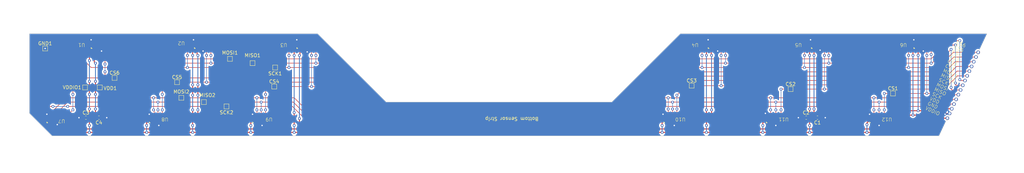
<source format=kicad_pcb>
(kicad_pcb (version 20221018) (generator pcbnew)
  (layers (0 "F.Cu" signal) (31 "B.Cu" signal) (34 "B.Paste" user) (35 "F.Paste" user) (36 "B.SilkS" user "B.Silkscreen") (37 "F.SilkS" user "F.Silkscreen") (38 "B.Mask" user) (39 "F.Mask" user) (44 "Edge.Cuts" user))
  (net 0 "")
  (net 1 "GND")
  (net 8 "VDDIO")
  (net 9 "VDD")
  (net 10 "SCK")
  (net 11 "MISO")
  (net 12 "MOSI")
  (net 13 "SCK1")
  (net 14 "MISO1")
  (net 15 "MOSI1")
  (net 16 "CS1")
  (net 17 "CS2")
  (net 18 "CS3")
  (net 19 "CS4")
  (net 20 "CS5")
  (net 21 "CS6")
  (footprint "BMP581:BMP581_Landing_Pattern" (layer "F.Cu") (at 190.386 83.071 180)
    (fp_text reference "U4")
    (fp_text value "~")
  )
  (footprint "TestPoint:TestPoint_Pad_1.0x1.0mm" (layer "F.Cu") (at 57.75 88.25)
    (fp_text reference "MISO1")
    (fp_text value "TestPoint_Probe")
  )
  (footprint "TestPoint:TestPoint_Pad_1.0x1.0mm" (layer "F.Cu") (at -2 84)
    (fp_text reference "GND1")
    (fp_text value "TestPoint_Probe")
  )
  (footprint "TestPoint:TestPoint_Pad_1.0x1.0mm" (layer "F.Cu") (at 37.25 98.25)
    (fp_text reference "MOSI2")
    (fp_text value "TestPoint_Probe")
  )
  (footprint "Capacitor_SMD:C_0603_1608Metric" (layer "F.Cu") (at 9.75 104)
    (fp_text reference "C3")
    (fp_text value "470nF")
  )
  (footprint "BMP581:BMP581_Landing_Pattern" (layer "F.Cu") (at 236.75 104.5 180)
    (fp_text reference "U12")
    (fp_text value "~")
  )
  (footprint "BMP581:BMP581_Landing_Pattern" (layer "F.Cu") (at 29.41 104.5 180)
    (fp_text reference "U8")
    (fp_text value "~")
  )
  (footprint "TestPoint:TestPoint_Pad_1.0x1.0mm" (layer "F.Cu") (at 242.25 97)
    (fp_text reference "CS1")
    (fp_text value "TestPoint_Probe")
  )
  (footprint "TestPoint:TestPoint_Pad_1.0x1.0mm" (layer "F.Cu") (at 18 92.5)
    (fp_text reference "CS6")
    (fp_text value "TestPoint_Probe")
  )
  (footprint "Capacitor_SMD:C_0603_1608Metric" (layer "F.Cu") (at 220.5 104 180)
    (fp_text reference "C1")
    (fp_text value "470nF")
  )
  (footprint "Capacitor_SMD:C_0603_1608Metric" (layer "F.Cu") (at 217.25 104)
    (fp_text reference "C2")
    (fp_text value "470nF")
  )
  (footprint "BMP581:BMP581_Landing_Pattern" (layer "F.Cu") (at 59.03 104.5 180)
    (fp_text reference "U9")
    (fp_text value "~")
  )
  (footprint "TestPoint:TestPoint_Pad_1.0x1.0mm" (layer "F.Cu") (at 51.25 87 180)
    (fp_text reference "MOSI1")
    (fp_text value "TestPoint_Probe")
  )
  (footprint "TestPoint:TestPoint_Pad_1.0x1.0mm" (layer "F.Cu") (at 64 95)
    (fp_text reference "CS4")
    (fp_text value "TestPoint_Probe")
  )
  (footprint "TestPoint:TestPoint_Pad_1.0x1.0mm" (layer "F.Cu") (at 212.75 95.75)
    (fp_text reference "CS2")
    (fp_text value "TestPoint_Probe")
  )
  (footprint "BMP581:BMP581_Landing_Pattern" (layer "F.Cu") (at 207.13 104.5 180)
    (fp_text reference "U11")
    (fp_text value "~")
  )
  (footprint "BMP581:Strip_pins_bottom" (layer "F.Cu") (at 261 94 -25)
    (fp_text reference "BottomStrip1" hide)
    (fp_text value "std_master_output" hide)
  )
  (footprint "TestPoint:TestPoint_Pad_1.0x1.0mm" (layer "F.Cu") (at 43.75 99.5)
    (fp_text reference "MISO2")
    (fp_text value "TestPoint_Probe")
  )
  (footprint "BMP581:BMP581_Landing_Pattern" (layer "F.Cu") (at 177.51 104.5 180)
    (fp_text reference "U10")
    (fp_text value "~")
  )
  (footprint "BMP581:BMP581_Landing_Pattern" (layer "F.Cu") (at 71.906 83.071 180)
    (fp_text reference "U3")
    (fp_text value "~")
  )
  (footprint "TestPoint:TestPoint_Pad_1.0x1.0mm" (layer "F.Cu") (at 9.5 95.25)
    (fp_text reference "VDDIO1")
    (fp_text value "TestPoint_Probe")
  )
  (footprint "BMP581:BMP581_Landing_Pattern" (layer "F.Cu") (at 12.666 83.071 180)
    (fp_text reference "U1")
    (fp_text value "~")
  )
  (footprint "Capacitor_SMD:C_0603_1608Metric" (layer "F.Cu") (at 13.5 104 180)
    (fp_text reference "C4")
    (fp_text value "470nF")
  )
  (footprint "BMP581:BMP581_Landing_Pattern" (layer "F.Cu") (at 220.006 83.071 180)
    (fp_text reference "U5")
    (fp_text value "~")
  )
  (footprint "TestPoint:TestPoint_Pad_1.0x1.0mm" (layer "F.Cu") (at 184.25 94.75)
    (fp_text reference "CS3")
    (fp_text value "TestPoint_Probe")
  )
  (footprint "TestPoint:TestPoint_Pad_1.0x1.0mm" (layer "F.Cu") (at 50.25 100.75)
    (fp_text reference "SCK2")
    (fp_text value "TestPoint_Probe")
  )
  (footprint "BMP581:BMP581_Landing_Pattern" (layer "F.Cu") (at 249.626 83.071 180)
    (fp_text reference "U6")
    (fp_text value "~")
  )
  (footprint "TestPoint:TestPoint_Pad_1.0x1.0mm" (layer "F.Cu") (at 13.75 95.25)
    (fp_text reference "VDD1")
    (fp_text value "TestPoint_Probe")
  )
  (footprint "BMP581:BMP581_Landing_Pattern" (layer "F.Cu") (at -0.21 104.5 180)
    (fp_text reference "U7")
    (fp_text value "~")
  )
  (footprint "TestPoint:TestPoint_Pad_1.0x1.0mm" (layer "F.Cu") (at 36 93.75)
    (fp_text reference "CS5")
    (fp_text value "TestPoint_Probe")
  )
  (footprint "TestPoint:TestPoint_Pad_1.0x1.0mm" (layer "F.Cu") (at 64.25 89.5)
    (fp_text reference "SCK1")
    (fp_text value "TestPoint_Probe")
  )
  (footprint "BMP581:BMP581_Landing_Pattern" (layer "F.Cu") (at 42.286 83.071 180)
    (fp_text reference "U2")
    (fp_text value "~")
  )
  (gr_line (start 248.5 84) (end 248.25 83.75) (stroke (width 0.15)) (layer "F.SilkS"))
  (gr_line (start 28.25 105.5) (end 28 105.25) (stroke (width 0.15)) (layer "F.SilkS"))
  (gr_line (start 41 83.75) (end 41 84) (stroke (width 0.15)) (layer "F.SilkS"))
  (gr_line (start 206 105.5) (end 205.75 105.25) (stroke (width 0.15)) (layer "F.SilkS"))
  (gr_line (start 235.75 105.5) (end 235.5 105.25) (stroke (width 0.15)) (layer "F.SilkS"))
  (gr_line (start 176.25 105.25) (end 176.25 105.5) (stroke (width 0.15)) (layer "F.SilkS"))
  (gr_line (start 70.5 83.75) (end 70.5 84) (stroke (width 0.15)) (layer "F.SilkS"))
  (gr_line (start 205.75 105.25) (end 205.75 105.5) (stroke (width 0.15)) (layer "F.SilkS"))
  (gr_line (start 205.75 105.5) (end 206 105.5) (stroke (width 0.15)) (layer "F.SilkS"))
  (gr_line (start 28 105.5) (end 28.25 105.5) (stroke (width 0.15)) (layer "F.SilkS"))
  (gr_line (start 57.75 105.25) (end 57.75 105.5) (stroke (width 0.15)) (layer "F.SilkS"))
  (gr_line (start 176.5 105.5) (end 176.25 105.25) (stroke (width 0.15)) (layer "F.SilkS"))
  (gr_line (start -1.25 105.5) (end -1.5 105.25) (stroke (width 0.15)) (layer "F.SilkS"))
  (gr_line (start 235.5 105.5) (end 235.75 105.5) (stroke (width 0.15)) (layer "F.SilkS"))
  (gr_line (start 28 105.25) (end 28 105.5) (stroke (width 0.15)) (layer "F.SilkS"))
  (gr_line (start 70.75 84) (end 70.5 83.75) (stroke (width 0.15)) (layer "F.SilkS"))
  (gr_line (start 58 105.5) (end 57.75 105.25) (stroke (width 0.15)) (layer "F.SilkS"))
  (gr_line (start 41.25 84) (end 41 83.75) (stroke (width 0.15)) (layer "F.SilkS"))
  (gr_line (start 57.75 105.5) (end 58 105.5) (stroke (width 0.15)) (layer "F.SilkS"))
  (gr_line (start 41 84) (end 41.25 84) (stroke (width 0.15)) (layer "F.SilkS"))
  (gr_line (start 189 83.75) (end 189 84) (stroke (width 0.15)) (layer "F.SilkS"))
  (gr_line (start 70.5 84) (end 70.75 84) (stroke (width 0.15)) (layer "F.SilkS"))
  (gr_line (start -1.5 105.5) (end -1.25 105.5) (stroke (width 0.15)) (layer "F.SilkS"))
  (gr_line (start 235.5 105.25) (end 235.5 105.5) (stroke (width 0.15)) (layer "F.SilkS"))
  (gr_line (start 189 84) (end 189.25 84) (stroke (width 0.15)) (layer "F.SilkS"))
  (gr_line (start 11.25 84) (end 11.5 84) (stroke (width 0.15)) (layer "F.SilkS"))
  (gr_line (start 248.25 83.75) (end 248.25 84) (stroke (width 0.15)) (layer "F.SilkS"))
  (gr_line (start 218.75 83.75) (end 218.75 84) (stroke (width 0.15)) (layer "F.SilkS"))
  (gr_line (start 248.25 84) (end 248.5 84) (stroke (width 0.15)) (layer "F.SilkS"))
  (gr_line (start 11.25 83.75) (end 11.25 84) (stroke (width 0.15)) (layer "F.SilkS"))
  (gr_line (start -1.5 105.25) (end -1.5 105.5) (stroke (width 0.15)) (layer "F.SilkS"))
  (gr_line (start 218.75 84) (end 219 84) (stroke (width 0.15)) (layer "F.SilkS"))
  (gr_line (start 219 84) (end 218.75 83.75) (stroke (width 0.15)) (layer "F.SilkS"))
  (gr_line (start 176.25 105.5) (end 176.5 105.5) (stroke (width 0.15)) (layer "F.SilkS"))
  (gr_line (start 189.25 84) (end 189 83.75) (stroke (width 0.15)) (layer "F.SilkS"))
  (gr_line (start 11.5 84) (end 11.25 83.75) (stroke (width 0.15)) (layer "F.SilkS"))
  (gr_line (start 76.5 79.75) (end 96.25 99.5) (stroke (width 0.1)) (layer "Edge.Cuts"))
  (gr_line (start 96.25 99.5) (end 161.25 99.5) (stroke (width 0.1)) (layer "Edge.Cuts"))
  (gr_line (start 0 109.25) (end -6.5 102.75) (stroke (width 0.1)) (layer "Edge.Cuts"))
  (gr_line (start -6.5 79.75) (end 76.5 79.75) (stroke (width 0.1)) (layer "Edge.Cuts"))
  (gr_line (start 161.25 99.5) (end 181 79.75) (stroke (width 0.1)) (layer "Edge.Cuts"))
  (gr_line (start 255.5 109.25) (end 269.31 79.75) (stroke (width 0.1)) (layer "Edge.Cuts"))
  (gr_line (start 181 79.75) (end 269.31 79.75) (stroke (width 0.1)) (layer "Edge.Cuts"))
  (gr_line (start 0 109.25) (end 255.5 109.25) (stroke (width 0.1)) (layer "Edge.Cuts"))
  (gr_line (start -6.5 102.75) (end -6.5 79.75) (stroke (width 0.1)) (layer "Edge.Cuts"))
  (gr_text "Bottom Sensor Strip" (at 140.25 103.75 180) (layer "F.SilkS") (effects (font (size 1 1)) (justify left bottom)))
  (segment (start 206.63 103.725) (end 206.475 103.725) (width 0.25) (layer "F.Cu") (net 1))
  (segment (start 178.01 105.275) (end 178.275 105.275) (width 0.25) (layer "F.Cu") (net 1))
  (segment (start 236.25 103.725) (end 236.225 103.725) (width 0.25) (layer "F.Cu") (net 1))
  (segment (start 59.53 105.275) (end 59.53 105.28) (width 0.25) (layer "F.Cu") (net 1))
  (segment (start 12.666 83.846) (end 13.166 83.846) (width 0.25) (layer "F.Cu") (net 1))
  (segment (start 72.406 83.846) (end 72.406 83.906) (width 0.25) (layer "F.Cu") (net 1))
  (segment (start 248.25 81.5) (end 249.046 82.296) (width 0.25) (layer "F.Cu") (net 1))
  (segment (start 42.786 83.846) (end 42.786 84.036) (width 0.25) (layer "F.Cu") (net 1))
  (segment (start 41.546 82.296) (end 40.75 81.5) (width 0.25) (layer "F.Cu") (net 1))
  (segment (start 71.296 82.296) (end 70.5 81.5) (width 0.25) (layer "F.Cu") (net 1))
  (segment (start 58.475 103.725) (end 57.75 103) (width 0.25) (layer "F.Cu") (net 1))
  (segment (start 250.126 83.846) (end 250.126 83.876) (width 0.25) (layer "F.Cu") (net 1))
  (segment (start 220.006 83.846) (end 220.506 83.846) (width 0.25) (layer "F.Cu") (net 1))
  (segment (start 207.63 105.38) (end 208.5 106.25) (width 0.25) (layer "F.Cu") (net 1))
  (segment (start 41.786 82.296) (end 41.546 82.296) (width 0.25) (layer "F.Cu") (net 1))
  (segment (start 237.275 105.275) (end 238.25 106.25) (width 0.25) (layer "F.Cu") (net 1))
  (segment (start 71.906 83.846) (end 72.406 83.846) (width 0.25) (layer "F.Cu") (net 1))
  (segment (start 219.506 82.296) (end 219.296 82.296) (width 0.25) (layer "F.Cu") (net 1))
  (segment (start 176.725 103.725) (end 176.25 103.25) (width 0.25) (layer "F.Cu") (net 1))
  (segment (start 176.25 103.25) (end 176 103) (width 0.25) (layer "F.Cu") (net 1))
  (segment (start 177.51 105.275) (end 178.01 105.275) (width 0.25) (layer "F.Cu") (net 1))
  (segment (start 249.126 82.296) (end 249.046 82.296) (width 0.25) (layer "F.Cu") (net 1))
  (segment (start 29.41 105.275) (end 29.91 105.275) (width 0.25) (layer "F.Cu") (net 1))
  (segment (start 250.126 83.876) (end 251 84.75) (width 0.25) (layer "F.Cu") (net 1))
  (segment (start 28.91 103.725) (end 28.725 103.725) (width 0.25) (layer "F.Cu") (net 1))
  (segment (start 258.555897 102.790697) (end 257.459303 102.790697) (width 0.25) (layer "F.Cu") (net 1))
  (segment (start 216.475 104) (end 215 104) (width 0.25) (layer "F.Cu") (net 1))
  (segment (start 219.296 82.296) (end 218.5 81.5) (width 0.25) (layer "F.Cu") (net 1))
  (segment (start 207.63 105.275) (end 207.63 105.38) (width 0.25) (layer "F.Cu") (net 1))
  (segment (start 28.725 103.725) (end 28 103) (width 0.25) (layer "F.Cu") (net 1))
  (segment (start 12.166 82.296) (end 12.046 82.296) (width 0.25) (layer "F.Cu") (net 1))
  (segment (start 190.386 83.846) (end 190.886 83.846) (width 0.25) (layer "F.Cu") (net 1))
  (segment (start -0.71 103.725) (end -0.775 103.725) (width 0.25) (layer "F.Cu") (net 1))
  (segment (start 221.275 104) (end 222.75 104) (width 0.25) (layer "F.Cu") (net 1))
  (segment (start 190.886 83.886) (end 191.75 84.75) (width 0.25) (layer "F.Cu") (net 1))
  (segment (start 58.53 103.725) (end 58.475 103.725) (width 0.25) (layer "F.Cu") (net 1))
  (segment (start 0.29 105.275) (end 0.775 105.275) (width 0.25) (layer "F.Cu") (net 1))
  (segment (start 59.53 105.28) (end 60.5 106.25) (width 0.25) (layer "F.Cu") (net 1))
  (segment (start 205.5 102.75) (end 206.475 103.725) (width 0.25) (layer "F.Cu") (net 1))
  (segment (start 0.775 105.275) (end 1.5 106) (width 0.25) (layer "F.Cu") (net 1))
  (segment (start 29.91 105.41) (end 30.75 106.25) (width 0.25) (layer "F.Cu") (net 1))
  (segment (start 13.346 83.846) (end 14.25 84.75) (width 0.25) (layer "F.Cu") (net 1))
  (segment (start 190.886 83.846) (end 190.886 83.886) (width 0.25) (layer "F.Cu") (net 1))
  (segment (start 220.596 83.846) (end 221.25 84.5) (width 0.25) (layer "F.Cu") (net 1))
  (segment (start 177.01 103.725) (end 176.725 103.725) (width 0.25) (layer "F.Cu") (net 1))
  (segment (start 72.406 83.906) (end 73.5 85) (width 0.25) (layer "F.Cu") (net 1))
  (segment (start 236.225 103.725) (end 235.5 103) (width 0.25) (layer "F.Cu") (net 1))
  (segment (start 14.275 104) (end 15.75 104) (width 0.25) (layer "F.Cu") (net 1))
  (segment (start 220.506 83.846) (end 220.596 83.846) (width 0.25) (layer "F.Cu") (net 1))
  (segment (start 207.13 105.275) (end 207.63 105.275) (width 0.25) (layer "F.Cu") (net 1))
  (segment (start -0.21 105.275) (end 0.29 105.275) (width 0.25) (layer "F.Cu") (net 1))
  (segment (start -0.775 103.725) (end -1.5 103) (width 0.25) (layer "F.Cu") (net 1))
  (segment (start 257.459303 102.790697) (end 257.25 103) (width 0.25) (layer "F.Cu") (net 1))
  (segment (start 189.796 82.296) (end 189 81.5) (width 0.25) (layer "F.Cu") (net 1))
  (segment (start 42.286 83.846) (end 42.786 83.846) (width 0.25) (layer "F.Cu") (net 1))
  (segment (start 12.046 82.296) (end 11.25 81.5) (width 0.25) (layer "F.Cu") (net 1))
  (segment (start 178.275 105.275) (end 179.25 106.25) (width 0.25) (layer "F.Cu") (net 1))
  (segment (start 59.03 105.275) (end 59.53 105.275) (width 0.25) (layer "F.Cu") (net 1))
  (segment (start 236.75 105.275) (end 237.25 105.275) (width 0.25) (layer "F.Cu") (net 1))
  (segment (start 29.91 105.275) (end 29.91 105.41) (width 0.25) (layer "F.Cu") (net 1))
  (segment (start 71.406 82.296) (end 71.296 82.296) (width 0.25) (layer "F.Cu") (net 1))
  (segment (start 42.786 84.036) (end 43.5 84.75) (width 0.25) (layer "F.Cu") (net 1))
  (segment (start 189.886 82.296) (end 189.796 82.296) (width 0.25) (layer "F.Cu") (net 1))
  (segment (start 237.25 105.275) (end 237.275 105.275) (width 0.25) (layer "F.Cu") (net 1))
  (segment (start 249.626 83.846) (end 250.126 83.846) (width 0.25) (layer "F.Cu") (net 1))
  (segment (start 8.975 104) (end 7.75 104) (width 0.25) (layer "F.Cu") (net 1))
  (segment (start 13.166 83.846) (end 13.346 83.846) (width 0.25) (layer "F.Cu") (net 1))
  (via (at 70.5 81.5) (size 0.8) (drill 0.4) (layers "F.Cu" "B.Cu") (net 1))
  (via (at 251 84.75) (size 0.8) (drill 0.4) (layers "F.Cu" "B.Cu") (net 1))
  (via (at 238.25 106.25) (size 0.8) (drill 0.4) (layers "F.Cu" "B.Cu") (net 1))
  (via (at 221.25 84.5) (size 0.8) (drill 0.4) (layers "F.Cu" "B.Cu") (net 1))
  (via (at 222.75 104) (size 0.8) (drill 0.4) (layers "F.Cu" "B.Cu") (net 1))
  (via (at 205.5 102.75) (size 0.8) (drill 0.4) (layers "F.Cu" "B.Cu") (net 1))
  (via (at 189 81.5) (size 0.8) (drill 0.4) (layers "F.Cu" "B.Cu") (net 1))
  (via (at 257.25 103) (size 0.8) (drill 0.4) (layers "F.Cu" "B.Cu") (net 1))
  (via (at 191.75 84.75) (size 0.8) (drill 0.4) (layers "F.Cu" "B.Cu") (net 1))
  (via (at 73.5 85) (size 0.8) (drill 0.4) (layers "F.Cu" "B.Cu") (net 1))
  (via (at 30.75 106.25) (size 0.8) (drill 0.4) (layers "F.Cu" "B.Cu") (net 1))
  (via (at 208.5 106.25) (size 0.8) (drill 0.4) (layers "F.Cu" "B.Cu") (net 1))
  (via (at 40.75 81.5) (size 0.8) (drill 0.4) (layers "F.Cu" "B.Cu") (net 1))
  (via (at 15.75 104) (size 0.8) (drill 0.4) (layers "F.Cu" "B.Cu") (net 1))
  (via (at 215 104) (size 0.8) (drill 0.4) (layers "F.Cu" "B.Cu") (net 1))
  (via (at -1.5 103) (size 0.8) (drill 0.4) (layers "F.Cu" "B.Cu") (net 1))
  (via (at 60.5 106.25) (size 0.8) (drill 0.4) (layers "F.Cu" "B.Cu") (net 1))
  (via (at 43.5 84.75) (size 0.8) (drill 0.4) (layers "F.Cu" "B.Cu") (net 1))
  (via (at 248.25 81.5) (size 0.8) (drill 0.4) (layers "F.Cu" "B.Cu") (net 1))
  (via (at 28 103) (size 0.8) (drill 0.4) (layers "F.Cu" "B.Cu") (net 1))
  (via (at 7.75 104) (size 0.8) (drill 0.4) (layers "F.Cu" "B.Cu") (net 1))
  (via (at 1.5 106) (size 0.8) (drill 0.4) (layers "F.Cu" "B.Cu") (net 1))
  (via (at 11.25 81.5) (size 0.8) (drill 0.4) (layers "F.Cu" "B.Cu") (net 1))
  (via (at 179.25 106.25) (size 0.8) (drill 0.4) (layers "F.Cu" "B.Cu") (net 1))
  (via (at 218.5 81.5) (size 0.8) (drill 0.4) (layers "F.Cu" "B.Cu") (net 1))
  (via (at -2 84) (size 0.8) (drill 0.4) (layers "F.Cu" "B.Cu") (net 1))
  (via (at 176 103) (size 0.8) (drill 0.4) (layers "F.Cu" "B.Cu") (net 1))
  (via (at 57.75 103) (size 0.8) (drill 0.4) (layers "F.Cu" "B.Cu") (net 1))
  (via (at 14.25 84.75) (size 0.8) (drill 0.4) (layers "F.Cu" "B.Cu") (net 1))
  (via (at 235.5 103) (size 0.8) (drill 0.4) (layers "F.Cu" "B.Cu") (net 1))
  (segment (start 40.5 97.5) (end 40.5 94.5) (width 0.25) (layer "F.Cu") (net 8))
  (segment (start 27.25 105.5) (end 28 104.75) (width 0.25) (layer "F.Cu") (net 8))
  (segment (start 257.92197 104.150159) (end 256.887506 104.150159) (width 0.25) (layer "F.Cu") (net 8))
  (segment (start 218.25 106.25) (end 218.25 101.5) (width 0.25) (layer "F.Cu") (net 8))
  (segment (start 10.75 97.25) (end 10.75 95.25) (width 0.25) (layer "F.Cu") (net 8))
  (segment (start 248.429 83.321) (end 248 83.75) (width 0.25) (layer "F.Cu") (net 8))
  (segment (start -1.5 106.5) (end -1.5 105.29) (width 0.25) (layer "F.Cu") (net 8))
  (segment (start 248.876 83.321) (end 248.429 83.321) (width 0.25) (layer "F.Cu") (net 8))
  (segment (start 176.25 104.75) (end 175.75 105.25) (width 0.25) (layer "F.Cu") (net 8))
  (segment (start 218.25 86) (end 218.25 83.75) (width 0.25) (layer "F.Cu") (net 8))
  (segment (start 218.679 83.321) (end 219.256 83.321) (width 0.25) (layer "F.Cu") (net 8))
  (segment (start 41.536 83.321) (end 41.179 83.321) (width 0.25) (layer "F.Cu") (net 8))
  (segment (start 28.66 104.75) (end 28 104.75) (width 0.25) (layer "F.Cu") (net 8))
  (segment (start 69.75 106.25) (end 69.75 102.5) (width 0.25) (layer "F.Cu") (net 8))
  (segment (start 71.156 83.321) (end 70.679 83.321) (width 0.25) (layer "F.Cu") (net 8))
  (segment (start 27.25 105.5) (end 27.25 106.25) (width 0.25) (layer "F.Cu") (net 8))
  (segment (start 240.75 108.25) (end 0.25 108.25) (width 0.25) (layer "F.Cu") (net 8))
  (segment (start 189.636 83.321) (end 189.179 83.321) (width 0.25) (layer "F.Cu") (net 8))
  (segment (start 175.75 105.25) (end 175.75 106.25) (width 0.25) (layer "F.Cu") (net 8))
  (segment (start 188.5 106.25) (end 188.5 101.75) (width 0.25) (layer "F.Cu") (net 8))
  (segment (start 69.75 84.25) (end 69.75 86) (width 0.25) (layer "F.Cu") (net 8))
  (segment (start 11.679 83.321) (end 11.916 83.321) (width 0.25) (layer "F.Cu") (net 8))
  (segment (start 204.75 105.5) (end 204.75 106.25) (width 0.25) (layer "F.Cu") (net 8))
  (segment (start 234.75 105.5) (end 235.5 104.75) (width 0.25) (layer "F.Cu") (net 8))
  (segment (start 10.75 84.25) (end 11.679 83.321) (width 0.25) (layer "F.Cu") (net 8))
  (segment (start 10.75 106.25) (end 10.75 101.5) (width 0.25) (layer "F.Cu") (net 8))
  (segment (start 10.75 95.25) (end 9.5 95.25) (width 0.25) (layer "F.Cu") (net 8))
  (segment (start 245.75 103.25) (end 240.75 108.25) (width 0.25) (layer "F.Cu") (net 8))
  (segment (start 255.987347 103.25) (end 245.75 103.25) (width 0.25) (layer "F.Cu") (net 8))
  (segment (start 235.5 104.75) (end 236 104.75) (width 0.25) (layer "F.Cu") (net 8))
  (segment (start 188.5 84) (end 188.5 86) (width 0.25) (layer "F.Cu") (net 8))
  (segment (start 176.76 104.75) (end 176.25 104.75) (width 0.25) (layer "F.Cu") (net 8))
  (segment (start 189.179 83.321) (end 188.5 84) (width 0.25) (layer "F.Cu") (net 8))
  (segment (start 10.75 95.25) (end 10.75 93.5) (width 0.25) (layer "F.Cu") (net 8))
  (segment (start 57.25 105) (end 57.25 106.25) (width 0.25) (layer "F.Cu") (net 8))
  (segment (start 41.179 83.321) (end 40.5 84) (width 0.25) (layer "F.Cu") (net 8))
  (segment (start 57.5 104.75) (end 57.25 105) (width 0.25) (layer "F.Cu") (net 8))
  (segment (start 69.75 84.25) (end 70.679 83.321) (width 0.25) (layer "F.Cu") (net 8))
  (segment (start 40.5 101.75) (end 40.5 106.25) (width 0.25) (layer "F.Cu") (net 8))
  (segment (start -1.5 105.29) (end -0.96 104.75) (width 0.25) (layer "F.Cu") (net 8))
  (segment (start 205.5 104.75) (end 206.38 104.75) (width 0.25) (layer "F.Cu") (net 8))
  (segment (start 205.5 104.75) (end 204.75 105.5) (width 0.25) (layer "F.Cu") (net 8))
  (segment (start 40.5 84) (end 40.5 86) (width 0.25) (layer "F.Cu") (net 8))
  (segment (start 58.28 104.75) (end 57.5 104.75) (width 0.25) (layer "F.Cu") (net 8))
  (segment (start 248 83.75) (end 248 86) (width 0.25) (layer "F.Cu") (net 8))
  (segment (start 218.25 83.75) (end 218.679 83.321) (width 0.25) (layer "F.Cu") (net 8))
  (segment (start 234.75 106) (end 234.75 105.5) (width 0.25) (layer "F.Cu") (net 8))
  (segment (start 0.25 108.25) (end -1.5 106.5) (width 0.25) (layer "F.Cu") (net 8))
  (segment (start 10.75 87.5) (end 10.75 84.25) (width 0.25) (layer "F.Cu") (net 8))
  (segment (start 256.887506 104.150159) (end 255.987347 103.25) (width 0.25) (layer "F.Cu") (net 8))
  (via (at 69.75 108.25) (size 0.8) (drill 0.4) (layers "F.Cu" "B.Cu") (net 8))
  (via (at 57.25 106.25) (size 0.8) (drill 0.4) (layers "F.Cu" "B.Cu") (net 8))
  (via (at 204.75 108.25) (size 0.8) (drill 0.4) (layers "F.Cu" "B.Cu") (net 8))
  (via (at 40.5 108.25) (size 0.8) (drill 0.4) (layers "F.Cu" "B.Cu") (net 8))
  (via (at 69.75 106.25) (size 0.8) (drill 0.4) (layers "F.Cu" "B.Cu") (net 8))
  (via (at 27.25 106.25) (size 0.8) (drill 0.4) (layers "F.Cu" "B.Cu") (net 8))
  (via (at 188.5 106.25) (size 0.8) (drill 0.4) (layers "F.Cu" "B.Cu") (net 8))
  (via (at 218.25 101.5) (size 0.8) (drill 0.4) (layers "F.Cu" "B.Cu") (net 8))
  (via (at 10.75 87.5) (size 0.8) (drill 0.4) (layers "F.Cu" "B.Cu") (net 8))
  (via (at 188.5 86) (size 0.8) (drill 0.4) (layers "F.Cu" "B.Cu") (net 8))
  (via (at 234.75 108.25) (size 0.8) (drill 0.4) (layers "F.Cu" "B.Cu") (net 8))
  (via (at 40.5 94.5) (size 0.8) (drill 0.4) (layers "F.Cu" "B.Cu") (net 8))
  (via (at 204.75 106.25) (size 0.8) (drill 0.4) (layers "F.Cu" "B.Cu") (net 8))
  (via (at 69.75 86) (size 0.8) (drill 0.4) (layers "F.Cu" "B.Cu") (net 8))
  (via (at 57.25 108.25) (size 0.8) (drill 0.4) (layers "F.Cu" "B.Cu") (net 8))
  (via (at 248 103.25) (size 0.8) (drill 0.4) (layers "F.Cu" "B.Cu") (net 8))
  (via (at 10.75 101.5) (size 0.8) (drill 0.4) (layers "F.Cu" "B.Cu") (net 8))
  (via (at 10.75 108.25) (size 0.8) (drill 0.4) (layers "F.Cu" "B.Cu") (net 8))
  (via (at 175.75 108.25) (size 0.8) (drill 0.4) (layers "F.Cu" "B.Cu") (net 8))
  (via (at 218.25 86) (size 0.8) (drill 0.4) (layers "F.Cu" "B.Cu") (net 8))
  (via (at 218.25 106.25) (size 0.8) (drill 0.4) (layers "F.Cu" "B.Cu") (net 8))
  (via (at 40.5 101.75) (size 0.8) (drill 0.4) (layers "F.Cu" "B.Cu") (net 8))
  (via (at 69.75 102.5) (size 0.8) (drill 0.4) (layers "F.Cu" "B.Cu") (net 8))
  (via (at 218.25 108.25) (size 0.8) (drill 0.4) (layers "F.Cu" "B.Cu") (net 8))
  (via (at 188.5 108.25) (size 0.8) (drill 0.4) (layers "F.Cu" "B.Cu") (net 8))
  (via (at 27.25 108.25) (size 0.8) (drill 0.4) (layers "F.Cu" "B.Cu") (net 8))
  (via (at 10.75 97.25) (size 0.8) (drill 0.4) (layers "F.Cu" "B.Cu") (net 8))
  (via (at 234.75 106) (size 0.8) (drill 0.4) (layers "F.Cu" "B.Cu") (net 8))
  (via (at 175.75 106.25) (size 0.8) (drill 0.4) (layers "F.Cu" "B.Cu") (net 8))
  (via (at 248 86) (size 0.8) (drill 0.4) (layers "F.Cu" "B.Cu") (net 8))
  (via (at 188.5 101.75) (size 0.8) (drill 0.4) (layers "F.Cu" "B.Cu") (net 8))
  (via (at 40.5 97.5) (size 0.8) (drill 0.4) (layers "F.Cu" "B.Cu") (net 8))
  (via (at 40.5 86) (size 0.8) (drill 0.4) (layers "F.Cu" "B.Cu") (net 8))
  (via (at 10.75 106.25) (size 0.8) (drill 0.4) (layers "F.Cu" "B.Cu") (net 8))
  (via (at 40.5 106.25) (size 0.8) (drill 0.4) (layers "F.Cu" "B.Cu") (net 8))
  (via (at 10.75 93.5) (size 0.8) (drill 0.4) (layers "F.Cu" "B.Cu") (net 8))
  (segment (start 69.75 106.25) (end 69.75 108.25) (width 0.25) (layer "B.Cu") (net 8))
  (segment (start 188.5 86) (end 188.5 101.75) (width 0.25) (layer "B.Cu") (net 8))
  (segment (start 218.25 101.5) (end 218.25 86) (width 0.25) (layer "B.Cu") (net 8))
  (segment (start 218.25 108.25) (end 218.25 106.25) (width 0.25) (layer "B.Cu") (net 8))
  (segment (start 10.75 87.5) (end 10.75 93.5) (width 0.25) (layer "B.Cu") (net 8))
  (segment (start 10.75 106.25) (end 10.75 108.25) (width 0.25) (layer "B.Cu") (net 8))
  (segment (start 40.5 97.5) (end 40.5 101.75) (width 0.25) (layer "B.Cu") (net 8))
  (segment (start 188.5 106.25) (end 188.5 108.25) (width 0.25) (layer "B.Cu") (net 8))
  (segment (start 40.5 86) (end 40.5 94.5) (width 0.25) (layer "B.Cu") (net 8))
  (segment (start 204.75 106.25) (end 204.75 108.25) (width 0.25) (layer "B.Cu") (net 8))
  (segment (start 234.75 108.25) (end 234.75 106) (width 0.25) (layer "B.Cu") (net 8))
  (segment (start 40.5 106.25) (end 40.5 108.25) (width 0.25) (layer "B.Cu") (net 8))
  (segment (start 248 86) (end 248 103.25) (width 0.25) (layer "B.Cu") (net 8))
  (segment (start 69.75 86) (end 69.75 102.5) (width 0.25) (layer "B.Cu") (net 8))
  (segment (start 27.25 106.25) (end 27.25 108.25) (width 0.25) (layer "B.Cu") (net 8))
  (segment (start 175.75 106.25) (end 175.75 108.25) (width 0.25) (layer "B.Cu") (net 8))
  (segment (start 10.75 97.25) (end 10.75 101.5) (width 0.25) (layer "B.Cu") (net 8))
  (segment (start 57.25 106.25) (end 57.25 108.25) (width 0.25) (layer "B.Cu") (net 8))
  (segment (start 28.91 105.275) (end 28.91 107.16) (width 0.25) (layer "F.Cu") (net 9))
  (segment (start 249.126 83.846) (end 249.126 84.626) (width 0.25) (layer "F.Cu") (net 9))
  (segment (start 12.5 95.25) (end 13.75 95.25) (width 0.25) (layer "F.Cu") (net 9))
  (segment (start 12.5 95.25) (end 12.5 93.5) (width 0.25) (layer "F.Cu") (net 9))
  (segment (start 12.5 101.5) (end 12.5 107.25) (width 0.25) (layer "F.Cu") (net 9))
  (segment (start 219.5 101.5) (end 219.5 107.25) (width 0.25) (layer "F.Cu") (net 9))
  (segment (start 256.75 102) (end 245.5 102) (width 0.25) (layer "F.Cu") (net 9))
  (segment (start 28.91 107.16) (end 29 107.25) (width 0.25) (layer "F.Cu") (net 9))
  (segment (start 71.406 85.844) (end 71.25 86) (width 0.25) (layer "F.Cu") (net 9))
  (segment (start 177 107.25) (end 71.25 107.25) (width 0.25) (layer "F.Cu") (net 9))
  (segment (start 42 101.75) (end 42 107.25) (width 0.25) (layer "F.Cu") (net 9))
  (segment (start 236.25 105.275) (end 236.25 107.25) (width 0.25) (layer "F.Cu") (net 9))
  (segment (start 58.53 107.22) (end 58.5 107.25) (width 0.25) (layer "F.Cu") (net 9))
  (segment (start 71.25 107.25) (end 58.5 107.25) (width 0.25) (layer "F.Cu") (net 9))
  (segment (start 249.5 85) (end 249.5 86) (width 0.25) (layer "F.Cu") (net 9))
  (segment (start 12.5 97.25) (end 12.5 95.25) (width 0.25) (layer "F.Cu") (net 9))
  (segment (start 41.786 83.846) (end 41.786 85.786) (width 0.25) (layer "F.Cu") (net 9))
  (segment (start 245.5 102) (end 240.25 107.25) (width 0.25) (layer "F.Cu") (net 9))
  (segment (start 71.25 104.25) (end 71.25 107.25) (width 0.25) (layer "F.Cu") (net 9))
  (segment (start 219.506 83.846) (end 219.506 85.994) (width 0.25) (layer "F.Cu") (net 9))
  (segment (start 41.786 85.786) (end 42 86) (width 0.25) (layer "F.Cu") (net 9))
  (segment (start 219.506 85.994) (end 219.5 86) (width 0.25) (layer "F.Cu") (net 9))
  (segment (start 190 107.25) (end 240.25 107.25) (width 0.25) (layer "F.Cu") (net 9))
  (segment (start 71.406 83.846) (end 71.406 85.844) (width 0.25) (layer "F.Cu") (net 9))
  (segment (start 0.8025 107.25) (end -0.71 105.7375) (width 0.25) (layer "F.Cu") (net 9))
  (segment (start 29 107.25) (end 12.5 107.25) (width 0.25) (layer "F.Cu") (net 9))
  (segment (start 206.63 105.275) (end 206.63 107.12) (width 0.25) (layer "F.Cu") (net 9))
  (segment (start -0.71 105.7375) (end -0.71 105.275) (width 0.25) (layer "F.Cu") (net 9))
  (segment (start 12.166 87.916) (end 12.166 83.846) (width 0.25) (layer "F.Cu") (net 9))
  (segment (start 189.886 85.886) (end 190 86) (width 0.25) (layer "F.Cu") (net 9))
  (segment (start 177 107.25) (end 190 107.25) (width 0.25) (layer "F.Cu") (net 9))
  (segment (start 12.5 88.25) (end 12.166 87.916) (width 0.25) (layer "F.Cu") (net 9))
  (segment (start 58.5 107.25) (end 42 107.25) (width 0.25) (layer "F.Cu") (net 9))
  (segment (start 12.5 107.25) (end 0.8025 107.25) (width 0.25) (layer "F.Cu") (net 9))
  (segment (start 177.01 105.275) (end 177.01 107.24) (width 0.25) (layer "F.Cu") (net 9))
  (segment (start 42 97.5) (end 42 94.5) (width 0.25) (layer "F.Cu") (net 9))
  (segment (start 177.01 107.24) (end 177 107.25) (width 0.25) (layer "F.Cu") (net 9))
  (segment (start 189.886 83.846) (end 189.886 85.886) (width 0.25) (layer "F.Cu") (net 9))
  (segment (start 190 101.75) (end 190 107.25) (width 0.25) (layer "F.Cu") (net 9))
  (segment (start 42 107.25) (end 29 107.25) (width 0.25) (layer "F.Cu") (net 9))
  (segment (start 257.318764 101.431236) (end 256.75 102) (width 0.25) (layer "F.Cu") (net 9))
  (segment (start 249.126 84.626) (end 249.5 85) (width 0.25) (layer "F.Cu") (net 9))
  (segment (start 58.53 105.275) (end 58.53 107.22) (width 0.25) (layer "F.Cu") (net 9))
  (segment (start 259.189825 101.431236) (end 257.318764 101.431236) (width 0.25) (layer "F.Cu") (net 9))
  (via (at 42 94.5) (size 0.8) (drill 0.4) (layers "F.Cu" "B.Cu") (net 9))
  (via (at 249.5 102) (size 0.8) (drill 0.4) (layers "F.Cu" "B.Cu") (net 9))
  (via (at 71.25 104.25) (size 0.8) (drill 0.4) (layers "F.Cu" "B.Cu") (net 9))
  (via (at 12.5 97.25) (size 0.8) (drill 0.4) (layers "F.Cu" "B.Cu") (net 9))
  (via (at 190 101.75) (size 0.8) (drill 0.4) (layers "F.Cu" "B.Cu") (net 9))
  (via (at 249.5 86) (size 0.8) (drill 0.4) (layers "F.Cu" "B.Cu") (net 9))
  (via (at 219.5 101.5) (size 0.8) (drill 0.4) (layers "F.Cu" "B.Cu") (net 9))
  (via (at 71.25 86) (size 0.8) (drill 0.4) (layers "F.Cu" "B.Cu") (net 9))
  (via (at 12.5 88.25) (size 0.8) (drill 0.4) (layers "F.Cu" "B.Cu") (net 9))
  (via (at 190 86) (size 0.8) (drill 0.4) (layers "F.Cu" "B.Cu") (net 9))
  (via (at 42 86) (size 0.8) (drill 0.4) (layers "F.Cu" "B.Cu") (net 9))
  (via (at 42 97.5) (size 0.8) (drill 0.4) (layers "F.Cu" "B.Cu") (net 9))
  (via (at 12.5 93.5) (size 0.8) (drill 0.4) (layers "F.Cu" "B.Cu") (net 9))
  (via (at 219.5 86) (size 0.8) (drill 0.4) (layers "F.Cu" "B.Cu") (net 9))
  (via (at 12.5 101.5) (size 0.8) (drill 0.4) (layers "F.Cu" "B.Cu") (net 9))
  (via (at 42 101.75) (size 0.8) (drill 0.4) (layers "F.Cu" "B.Cu") (net 9))
  (segment (start 12.5 88.25) (end 12.5 93.5) (width 0.25) (layer "B.Cu") (net 9))
  (segment (start 42 86) (end 42 94.5) (width 0.25) (layer "B.Cu") (net 9))
  (segment (start 12.5 97.25) (end 12.5 101.5) (width 0.25) (layer "B.Cu") (net 9))
  (segment (start 219.5 86) (end 219.5 101.5) (width 0.25) (layer "B.Cu") (net 9))
  (segment (start 249.5 86) (end 249.5 102) (width 0.25) (layer "B.Cu") (net 9))
  (segment (start 71.25 86) (end 71.25 104.25) (width 0.25) (layer "B.Cu") (net 9))
  (segment (start 190 86) (end 190 101.75) (width 0.25) (layer "B.Cu") (net 9))
  (segment (start 42 97.5) (end 42 101.75) (width 0.25) (layer "B.Cu") (net 9))
  (segment (start 174 103) (end 176.25 100.75) (width 0.15) (layer "F.Cu") (net 10))
  (segment (start 204.5 100.75) (end 234.25 100.75) (width 0.15) (layer "F.Cu") (net 10))
  (segment (start 175.25 104.25) (end 174 103) (width 0.15) (layer "F.Cu") (net 10))
  (segment (start 28.66 104.25) (end 28 104.25) (width 0.15) (layer "F.Cu") (net 10))
  (segment (start 257.428226 100.071774) (end 256.75 100.75) (width 0.15) (layer "F.Cu") (net 10))
  (segment (start 259.823752 100.071774) (end 257.428226 100.071774) (width 0.15) (layer "F.Cu") (net 10))
  (segment (start -2.5 102) (end -1.25 100.75) (width 0.15) (layer "F.Cu") (net 10))
  (segment (start 206.38 104.25) (end 205.5 104.25) (width 0.15) (layer "F.Cu") (net 10))
  (segment (start 56.5 103) (end 56.5 100.75) (width 0.15) (layer "F.Cu") (net 10))
  (segment (start 176.76 104.25) (end 175.25 104.25) (width 0.15) (layer "F.Cu") (net 10))
  (segment (start 235 104.25) (end 234.25 103.5) (width 0.15) (layer "F.Cu") (net 10))
  (segment (start 57.75 104.25) (end 56.5 103) (width 0.15) (layer "F.Cu") (net 10))
  (segment (start -2.5 103.75) (end -2.5 102) (width 0.15) (layer "F.Cu") (net 10))
  (segment (start 4.5 100.75) (end 27 100.75) (width 0.15) (layer "F.Cu") (net 10))
  (segment (start 74.75 106.25) (end 170.75 106.25) (width 0.15) (layer "F.Cu") (net 10))
  (segment (start -2 104.25) (end -2.5 103.75) (width 0.15) (layer "F.Cu") (net 10))
  (segment (start 58.28 104.25) (end 57.75 104.25) (width 0.15) (layer "F.Cu") (net 10))
  (segment (start 174 103) (end 170.75 106.25) (width 0.15) (layer "F.Cu") (net 10))
  (segment (start 69.25 100.75) (end 74.75 106.25) (width 0.15) (layer "F.Cu") (net 10))
  (segment (start 236 104.25) (end 235 104.25) (width 0.15) (layer "F.Cu") (net 10))
  (segment (start 205.5 104.25) (end 204.5 103.25) (width 0.15) (layer "F.Cu") (net 10))
  (segment (start 28 104.25) (end 27 103.25) (width 0.15) (layer "F.Cu") (net 10))
  (segment (start 256.75 100.75) (end 234.25 100.75) (width 0.15) (layer "F.Cu") (net 10))
  (segment (start 204.5 100.75) (end 176.25 100.75) (width 0.15) (layer "F.Cu") (net 10))
  (segment (start 234.25 103.5) (end 234.25 100.75) (width 0.15) (layer "F.Cu") (net 10))
  (segment (start 27 100.75) (end 56.5 100.75) (width 0.15) (layer "F.Cu") (net 10))
  (segment (start -0.96 104.25) (end -2 104.25) (width 0.15) (layer "F.Cu") (net 10))
  (segment (start 69.25 100.75) (end 56.5 100.75) (width 0.15) (layer "F.Cu") (net 10))
  (segment (start -1.25 100.75) (end 0.25 100.75) (width 0.15) (layer "F.Cu") (net 10))
  (segment (start 27 103.25) (end 27 100.75) (width 0.15) (layer "F.Cu") (net 10))
  (segment (start 204.5 103.25) (end 204.5 100.75) (width 0.15) (layer "F.Cu") (net 10))
  (via (at 0.25 100.75) (size 0.8) (drill 0.4) (layers "F.Cu" "B.Cu") (net 10))
  (via (at 4.5 100.75) (size 0.8) (drill 0.4) (layers "F.Cu" "B.Cu") (net 10))
  (segment (start 4.5 100.75) (end 0.25 100.75) (width 0.15) (layer "B.Cu") (net 10))
  (segment (start 4.5 99.5) (end 69.5 99.5) (width 0.15) (layer "F.Cu") (net 11))
  (segment (start 29.91 103.34) (end 30.5 102.75) (width 0.15) (layer "F.Cu") (net 11))
  (segment (start 237.525 103.725) (end 238.25 103) (width 0.15) (layer "F.Cu") (net 11))
  (segment (start 208.5 103) (end 207.775 103.725) (width 0.15) (layer "F.Cu") (net 11))
  (segment (start 4.015 99.985) (end 4.5 99.5) (width 0.15) (layer "F.Cu") (net 11))
  (segment (start 170.25 105.5) (end 176.25 99.5) (width 0.15) (layer "F.Cu") (net 11))
  (segment (start 60.25 102.75) (end 60.25 101.75) (width 0.15) (layer "F.Cu") (net 11))
  (segment (start 208.5 101.75) (end 208.5 103) (width 0.15) (layer "F.Cu") (net 11))
  (segment (start 30.5 102.75) (end 30.5 101.75) (width 0.15) (layer "F.Cu") (net 11))
  (segment (start 256.5 99.5) (end 257.287688 98.712312) (width 0.15) (layer "F.Cu") (net 11))
  (segment (start 257.287688 98.712312) (end 260.45768 98.712312) (width 0.15) (layer "F.Cu") (net 11))
  (segment (start 176.25 99.5) (end 256.5 99.5) (width 0.15) (layer "F.Cu") (net 11))
  (segment (start 207.775 103.725) (end 207.63 103.725) (width 0.15) (layer "F.Cu") (net 11))
  (segment (start 238.25 103) (end 238.25 101.75) (width 0.15) (layer "F.Cu") (net 11))
  (segment (start 0.29 103.725) (end 4.015 100) (width 0.15) (layer "F.Cu") (net 11))
  (segment (start 178.01 103.725) (end 178.025 103.725) (width 0.15) (layer "F.Cu") (net 11))
  (segment (start 237.25 103.725) (end 237.525 103.725) (width 0.15) (layer "F.Cu") (net 11))
  (segment (start 75.5 105.5) (end 170.25 105.5) (width 0.15) (layer "F.Cu") (net 11))
  (segment (start 29.91 103.725) (end 29.91 103.34) (width 0.15) (layer "F.Cu") (net 11))
  (segment (start 59.53 103.47) (end 60.25 102.75) (width 0.15) (layer "F.Cu") (net 11))
  (segment (start 69.5 99.5) (end 75.5 105.5) (width 0.15) (layer "F.Cu") (net 11))
  (segment (start 4.015 100) (end 4.015 99.985) (width 0.15) (layer "F.Cu") (net 11))
  (segment (start 178.025 103.725) (end 178.75 103) (width 0.15) (layer "F.Cu") (net 11))
  (segment (start 59.53 103.725) (end 59.53 103.47) (width 0.15) (layer "F.Cu") (net 11))
  (segment (start 178.75 103) (end 178.75 101.5) (width 0.15) (layer "F.Cu") (net 11))
  (via (at 60.25 101.75) (size 0.8) (drill 0.4) (layers "F.Cu" "B.Cu") (net 11))
  (via (at 208.5 101.75) (size 0.8) (drill 0.4) (layers "F.Cu" "B.Cu") (net 11))
  (via (at 30.5 101.75) (size 0.8) (drill 0.4) (layers "F.Cu" "B.Cu") (net 11))
  (via (at 60.25 99.5) (size 0.8) (drill 0.4) (layers "F.Cu" "B.Cu") (net 11))
  (via (at 30.5 99.5) (size 0.8) (drill 0.4) (layers "F.Cu" "B.Cu") (net 11))
  (via (at 238.25 99.5) (size 0.8) (drill 0.4) (layers "F.Cu" "B.Cu") (net 11))
  (via (at 208.5 99.5) (size 0.8) (drill 0.4) (layers "F.Cu" "B.Cu") (net 11))
  (via (at 178.75 101.5) (size 0.8) (drill 0.4) (layers "F.Cu" "B.Cu") (net 11))
  (via (at 178.75 99.5) (size 0.8) (drill 0.4) (layers "F.Cu" "B.Cu") (net 11))
  (via (at 238.25 101.75) (size 0.8) (drill 0.4) (layers "F.Cu" "B.Cu") (net 11))
  (segment (start 178.75 101.5) (end 178.75 99.5) (width 0.15) (layer "B.Cu") (net 11))
  (segment (start 60.25 101.75) (end 60.25 99.5) (width 0.15) (layer "B.Cu") (net 11))
  (segment (start 208.5 101.75) (end 208.5 99.5) (width 0.15) (layer "B.Cu") (net 11))
  (segment (start 30.5 101.75) (end 30.5 99.5) (width 0.15) (layer "B.Cu") (net 11))
  (segment (start 238.25 101.75) (end 238.25 99.5) (width 0.15) (layer "B.Cu") (net 11))
  (segment (start 176.25 98.25) (end 169.75 104.75) (width 0.15) (layer "F.Cu") (net 12))
  (segment (start 261.091607 97.352851) (end 257.147149 97.352851) (width 0.15) (layer "F.Cu") (net 12))
  (segment (start 29.41 103.725) (end 29.41 101.91) (width 0.15) (layer "F.Cu") (net 12))
  (segment (start 59.03 101.78) (end 59 101.75) (width 0.15) (layer "F.Cu") (net 12))
  (segment (start 69.75 98.25) (end 4 98.25) (width 0.15) (layer "F.Cu") (net 12))
  (segment (start 169.75 104.75) (end 76.25 104.75) (width 0.15) (layer "F.Cu") (net 12))
  (segment (start 177.51 103.725) (end 177.51 101.51) (width 0.15) (layer "F.Cu") (net 12))
  (segment (start 4 98.25) (end -0.21 102.46) (width 0.15) (layer "F.Cu") (net 12))
  (segment (start 207 103) (end 207.13 103.13) (width 0.15) (layer "F.Cu") (net 12))
  (segment (start 207 101.75) (end 207 103) (width 0.15) (layer "F.Cu") (net 12))
  (segment (start 256.25 98.25) (end 176.25 98.25) (width 0.15) (layer "F.Cu") (net 12))
  (segment (start 177.51 101.51) (end 177.5 101.5) (width 0.15) (layer "F.Cu") (net 12))
  (segment (start 76.25 104.75) (end 69.75 98.25) (width 0.15) (layer "F.Cu") (net 12))
  (segment (start 59.03 103.725) (end 59.03 101.78) (width 0.15) (layer "F.Cu") (net 12))
  (segment (start 207.13 103.13) (end 207.13 103.725) (width 0.15) (layer "F.Cu") (net 12))
  (segment (start 257.147149 97.352851) (end 256.25 98.25) (width 0.15) (layer "F.Cu") (net 12))
  (segment (start 236.75 103.725) (end 236.75 101.75) (width 0.15) (layer "F.Cu") (net 12))
  (segment (start 29.41 101.91) (end 29.25 101.75) (width 0.15) (layer "F.Cu") (net 12))
  (segment (start -0.21 102.46) (end -0.21 103.725) (width 0.15) (layer "F.Cu") (net 12))
  (via (at 29.25 101.75) (size 0.8) (drill 0.4) (layers "F.Cu" "B.Cu") (net 12))
  (via (at 177.5 98.25) (size 0.8) (drill 0.4) (layers "F.Cu" "B.Cu") (net 12))
  (via (at 29.25 98.25) (size 0.8) (drill 0.4) (layers "F.Cu" "B.Cu") (net 12))
  (via (at 236.75 101.75) (size 0.8) (drill 0.4) (layers "F.Cu" "B.Cu") (net 12))
  (via (at 207 98.25) (size 0.8) (drill 0.4) (layers "F.Cu" "B.Cu") (net 12))
  (via (at 207 101.75) (size 0.8) (drill 0.4) (layers "F.Cu" "B.Cu") (net 12))
  (via (at 59 98.25) (size 0.8) (drill 0.4) (layers "F.Cu" "B.Cu") (net 12))
  (via (at 59 101.75) (size 0.8) (drill 0.4) (layers "F.Cu" "B.Cu") (net 12))
  (via (at 177.5 101.5) (size 0.8) (drill 0.4) (layers "F.Cu" "B.Cu") (net 12))
  (via (at 236.75 98.25) (size 0.8) (drill 0.4) (layers "F.Cu" "B.Cu") (net 12))
  (segment (start 29.25 101.75) (end 29.25 98.25) (width 0.15) (layer "B.Cu") (net 12))
  (segment (start 207 101.75) (end 207 98.25) (width 0.15) (layer "B.Cu") (net 12))
  (segment (start 177.5 101.5) (end 177.5 98.25) (width 0.15) (layer "B.Cu") (net 12))
  (segment (start 59 101.75) (end 59 98.25) (width 0.15) (layer "B.Cu") (net 12))
  (segment (start 236.75 101.75) (end 236.75 98.25) (width 0.15) (layer "B.Cu") (net 12))
  (segment (start 41.071 82.821) (end 41.536 82.821) (width 0.15) (layer "F.Cu") (net 13))
  (segment (start 261.725534 95.993389) (end 259.243389 95.993389) (width 0.15) (layer "F.Cu") (net 13))
  (segment (start 9.25 84.25) (end 10.679 82.821) (width 0.15) (layer "F.Cu") (net 13))
  (segment (start 187.25 83.25) (end 187.25 86) (width 0.15) (layer "F.Cu") (net 13))
  (segment (start 70.5 82.5) (end 69.5 82.5) (width 0.15) (layer "F.Cu") (net 13))
  (segment (start 189.321 82.821) (end 189 82.5) (width 0.15) (layer "F.Cu") (net 13))
  (segment (start 216.75 83.5) (end 216.75 86) (width 0.15) (layer "F.Cu") (net 13))
  (segment (start 218.821 82.821) (end 218.5 82.5) (width 0.15) (layer "F.Cu") (net 13))
  (segment (start 188 82.5) (end 187.25 83.25) (width 0.15) (layer "F.Cu") (net 13))
  (segment (start 217.75 82.5) (end 216.75 83.5) (width 0.15) (layer "F.Cu") (net 13))
  (segment (start 39.75 82.5) (end 40.75 82.5) (width 0.15) (layer "F.Cu") (net 13))
  (segment (start 248.876 82.821) (end 248.571 82.821) (width 0.15) (layer "F.Cu") (net 13))
  (segment (start 68.25 83.75) (end 68.25 86) (width 0.15) (layer "F.Cu") (net 13))
  (segment (start 259.243389 95.993389) (end 259 95.75) (width 0.15) (layer "F.Cu") (net 13))
  (segment (start 39 86) (end 39 83.25) (width 0.15) (layer "F.Cu") (net 13))
  (segment (start 68.25 83.75) (end 69.5 82.5) (width 0.15) (layer "F.Cu") (net 13))
  (segment (start 71.156 82.821) (end 70.821 82.821) (width 0.15) (layer "F.Cu") (net 13))
  (segment (start 247.5 82.5) (end 246.75 83.25) (width 0.15) (layer "F.Cu") (net 13))
  (segment (start 39 83.25) (end 39.75 82.5) (width 0.15) (layer "F.Cu") (net 13))
  (segment (start 163.25 101.75) (end 94.0625 101.75) (width 0.15) (layer "F.Cu") (net 13))
  (segment (start 248.571 82.821) (end 248.25 82.5) (width 0.15) (layer "F.Cu") (net 13))
  (segment (start 10.679 82.821) (end 11.916 82.821) (width 0.15) (layer "F.Cu") (net 13))
  (segment (start 9.25 87.5) (end 9.25 84.25) (width 0.15) (layer "F.Cu") (net 13))
  (segment (start 219.256 82.821) (end 218.821 82.821) (width 0.15) (layer "F.Cu") (net 13))
  (segment (start 81.8125 89.5) (end 11.25 89.5) (width 0.15) (layer "F.Cu") (net 13))
  (segment (start 40.75 82.5) (end 41.071 82.821) (width 0.15) (layer "F.Cu") (net 13))
  (segment (start 189 82.5) (end 188 82.5) (width 0.15) (layer "F.Cu") (net 13))
  (segment (start 246.75 83.25) (end 246.75 86) (width 0.15) (layer "F.Cu") (net 13))
  (segment (start 253.75 89.5) (end 175.5 89.5) (width 0.15) (layer "F.Cu") (net 13))
  (segment (start 70.821 82.821) (end 70.5 82.5) (width 0.15) (layer "F.Cu") (net 13))
  (segment (start 189.636 82.821) (end 189.321 82.821) (width 0.15) (layer "F.Cu") (net 13))
  (segment (start 259 95.75) (end 259 95.25) (width 0.15) (layer "F.Cu") (net 13))
  (segment (start 248.25 82.5) (end 247.5 82.5) (width 0.15) (layer "F.Cu") (net 13))
  (segment (start 94.0625 101.75) (end 81.8125 89.5) (width 0.15) (layer "F.Cu") (net 13))
  (segment (start 11.25 89.5) (end 9.25 87.5) (width 0.15) (layer "F.Cu") (net 13))
  (segment (start 175.5 89.5) (end 163.25 101.75) (width 0.15) (layer "F.Cu") (net 13))
  (segment (start 259 84.25) (end 253.75 89.5) (width 0.15) (layer "F.Cu") (net 13))
  (segment (start 218.5 82.5) (end 217.75 82.5) (width 0.15) (layer "F.Cu") (net 13))
  (via (at 187.25 86) (size 0.8) (drill 0.4) (layers "F.Cu" "B.Cu") (net 13))
  (via (at 259 95.25) (size 0.8) (drill 0.4) (layers "F.Cu" "B.Cu") (net 13))
  (via (at 246.75 89.5) (size 0.8) (drill 0.4) (layers "F.Cu" "B.Cu") (net 13))
  (via (at 246.75 86) (size 0.8) (drill 0.4) (layers "F.Cu" "B.Cu") (net 13))
  (via (at 216.75 86) (size 0.8) (drill 0.4) (layers "F.Cu" "B.Cu") (net 13))
  (via (at 187.25 89.5) (size 0.8) (drill 0.4) (layers "F.Cu" "B.Cu") (net 13))
  (via (at 39 89.5) (size 0.8) (drill 0.4) (layers "F.Cu" "B.Cu") (net 13))
  (via (at 259 84.25) (size 0.8) (drill 0.4) (layers "F.Cu" "B.Cu") (net 13))
  (via (at 68.25 89.5) (size 0.8) (drill 0.4) (layers "F.Cu" "B.Cu") (net 13))
  (via (at 68.25 86) (size 0.8) (drill 0.4) (layers "F.Cu" "B.Cu") (net 13))
  (via (at 216.75 89.5) (size 0.8) (drill 0.4) (layers "F.Cu" "B.Cu") (net 13))
  (via (at 39 86) (size 0.8) (drill 0.4) (layers "F.Cu" "B.Cu") (net 13))
  (segment (start 68.25 86) (end 68.25 89.5) (width 0.15) (layer "B.Cu") (net 13))
  (segment (start 216.75 86) (end 216.75 89.5) (width 0.15) (layer "B.Cu") (net 13))
  (segment (start 246.75 86) (end 246.75 89.5) (width 0.15) (layer "B.Cu") (net 13))
  (segment (start 39 89.5) (end 39 86) (width 0.15) (layer "B.Cu") (net 13))
  (segment (start 187.25 86) (end 187.25 89.5) (width 0.15) (layer "B.Cu") (net 13))
  (segment (start 259 95.25) (end 259 84.25) (width 0.15) (layer "B.Cu") (net 13))
  (segment (start 72.454 82.296) (end 72.406 82.296) (width 0.15) (layer "F.Cu") (net 14))
  (segment (start 21 88.25) (end 14.75 82) (width 0.15) (layer "F.Cu") (net 14))
  (segment (start 43.25 82) (end 44 82) (width 0.15) (layer "F.Cu") (net 14))
  (segment (start 221 82) (end 221.875 82) (width 0.15) (layer "F.Cu") (net 14))
  (segment (start 262.359462 94.633927) (end 260.383927 94.633927) (width 0.15) (layer "F.Cu") (net 14))
  (segment (start 220.704 82.296) (end 221 82) (width 0.15) (layer "F.Cu") (net 14))
  (segment (start 190.954 82.296) (end 191.25 82) (width 0.15) (layer "F.Cu") (net 14))
  (segment (start 221.875 82) (end 223.75 83.875) (width 0.15) (layer "F.Cu") (net 14))
  (segment (start 260.383927 94.633927) (end 260.25 94.5) (width 0.15) (layer "F.Cu") (net 14))
  (segment (start 74 82) (end 72.75 82) (width 0.15) (layer "F.Cu") (net 14))
  (segment (start 223.75 83.875) (end 223.75 86) (width 0.15) (layer "F.Cu") (net 14))
  (segment (start 94.75 101) (end 82 88.25) (width 0.15) (layer "F.Cu") (net 14))
  (segment (start 72.75 82) (end 72.454 82.296) (width 0.15) (layer "F.Cu") (net 14))
  (segment (start 260.25 83) (end 258.75 83) (width 0.15) (layer "F.Cu") (net 14))
  (segment (start 82 88.25) (end 21 88.25) (width 0.15) (layer "F.Cu") (net 14))
  (segment (start 190.886 82.296) (end 190.954 82.296) (width 0.15) (layer "F.Cu") (net 14))
  (segment (start 220.506 82.296) (end 220.704 82.296) (width 0.15) (layer "F.Cu") (net 14))
  (segment (start 250.454 82.296) (end 250.75 82) (width 0.15) (layer "F.Cu") (net 14))
  (segment (start 251.75 82) (end 253.25 83.5) (width 0.15) (layer "F.Cu") (net 14))
  (segment (start 258.75 83) (end 253.5 88.25) (width 0.15) (layer "F.Cu") (net 14))
  (segment (start 45.75 83.75) (end 45.75 86) (width 0.15) (layer "F.Cu") (net 14))
  (segment (start 44 82) (end 45.75 83.75) (width 0.15) (layer "F.Cu") (net 14))
  (segment (start 14.75 82) (end 13.5 82) (width 0.15) (layer "F.Cu") (net 14))
  (segment (start 253.5 88.25) (end 175.5 88.25) (width 0.15) (layer "F.Cu") (net 14))
  (segment (start 260.25 94.5) (end 260.25 94) (width 0.15) (layer "F.Cu") (net 14))
  (segment (start 162.75 101) (end 94.75 101) (width 0.15) (layer "F.Cu") (net 14))
  (segment (start 191.25 82) (end 192.25 82) (width 0.15) (layer "F.Cu") (net 14))
  (segment (start 250.126 82.296) (end 250.454 82.296) (width 0.15) (layer "F.Cu") (net 14))
  (segment (start 175.5 88.25) (end 162.75 101) (width 0.15) (layer "F.Cu") (net 14))
  (segment (start 194 83.75) (end 194 86) (width 0.15) (layer "F.Cu") (net 14))
  (segment (start 253.25 83.5) (end 253.25 85.75) (width 0.15) (layer "F.Cu") (net 14))
  (segment (start 192.25 82) (end 194 83.75) (width 0.15) (layer "F.Cu") (net 14))
  (segment (start 13.5 82) (end 13.204 82.296) (width 0.15) (layer "F.Cu") (net 14))
  (segment (start 250.75 82) (end 251.75 82) (width 0.15) (layer "F.Cu") (net 14))
  (segment (start 42.954 82.296) (end 43.25 82) (width 0.15) (layer "F.Cu") (net 14))
  (segment (start 13.204 82.296) (end 13.166 82.296) (width 0.15) (layer "F.Cu") (net 14))
  (segment (start 76 84) (end 74 82) (width 0.15) (layer "F.Cu") (net 14))
  (segment (start 76 86) (end 76 84) (width 0.15) (layer "F.Cu") (net 14))
  (segment (start 42.786 82.296) (end 42.954 82.296) (width 0.15) (layer "F.Cu") (net 14))
  (via (at 223.75 86) (size 0.8) (drill 0.4) (layers "F.Cu" "B.Cu") (net 14))
  (via (at 223.75 88.25) (size 0.8) (drill 0.4) (layers "F.Cu" "B.Cu") (net 14))
  (via (at 76 86) (size 0.8) (drill 0.4) (layers "F.Cu" "B.Cu") (net 14))
  (via (at 194 88.25) (size 0.8) (drill 0.4) (layers "F.Cu" "B.Cu") (net 14))
  (via (at 45.75 86) (size 0.8) (drill 0.4) (layers "F.Cu" "B.Cu") (net 14))
  (via (at 194 86) (size 0.8) (drill 0.4) (layers "F.Cu" "B.Cu") (net 14))
  (via (at 260.25 94) (size 0.8) (drill 0.4) (layers "F.Cu" "B.Cu") (net 14))
  (via (at 253.25 88.25) (size 0.8) (drill 0.4) (layers "F.Cu" "B.Cu") (net 14))
  (via (at 260.25 83) (size 0.8) (drill 0.4) (layers "F.Cu" "B.Cu") (net 14))
  (via (at 253.25 85.75) (size 0.8) (drill 0.4) (layers "F.Cu" "B.Cu") (net 14))
  (via (at 76 88.25) (size 0.8) (drill 0.4) (layers "F.Cu" "B.Cu") (net 14))
  (via (at 45.75 88.25) (size 0.8) (drill 0.4) (layers "F.Cu" "B.Cu") (net 14))
  (segment (start 260.25 94) (end 260.25 83) (width 0.15) (layer "B.Cu") (net 14))
  (segment (start 45.75 86) (end 45.75 88.25) (width 0.15) (layer "B.Cu") (net 14))
  (segment (start 194 86) (end 194 88.25) (width 0.15) (layer "B.Cu") (net 14))
  (segment (start 253.25 85.75) (end 253.25 88.25) (width 0.15) (layer "B.Cu") (net 14))
  (segment (start 76 88.25) (end 76 86) (width 0.15) (layer "B.Cu") (net 14))
  (segment (start 223.75 86) (end 223.75 88.25) (width 0.15) (layer "B.Cu") (net 14))
  (segment (start 43 81) (end 44.5 81) (width 0.15) (layer "F.Cu") (net 15))
  (segment (start 261.5 81.75) (end 258.5 81.75) (width 0.15) (layer "F.Cu") (net 15))
  (segment (start 72.25 81) (end 74.5 81) (width 0.15) (layer "F.Cu") (net 15))
  (segment (start 256.875 83.375) (end 253.25 87) (width 0.15) (layer "F.Cu") (net 15))
  (segment (start 12.666 81.584) (end 12.666 82.296) (width 0.15) (layer "F.Cu") (net 15))
  (segment (start 191 81) (end 193 81) (width 0.15) (layer "F.Cu") (net 15))
  (segment (start 175.5 87) (end 162.25 100.25) (width 0.15) (layer "F.Cu") (net 15))
  (segment (start 77.25 83.75) (end 77.25 87) (width 0.15) (layer "F.Cu") (net 15))
  (segment (start 82.25 87) (end 46.75 87) (width 0.15) (layer "F.Cu") (net 15))
  (segment (start 44.5 81) (end 47 83.5) (width 0.15) (layer "F.Cu") (net 15))
  (segment (start 21.25 87) (end 15.25 81) (width 0.15) (layer "F.Cu") (net 15))
  (segment (start 190.386 82.296) (end 190.386 81.614) (width 0.15) (layer "F.Cu") (net 15))
  (segment (start 190.386 81.614) (end 191 81) (width 0.15) (layer "F.Cu") (net 15))
  (segment (start 42.286 81.714) (end 43 81) (width 0.15) (layer "F.Cu") (net 15))
  (segment (start 195.25 83.25) (end 195.25 87) (width 0.15) (layer "F.Cu") (net 15))
  (segment (start 95.5 100.25) (end 82.25 87) (width 0.15) (layer "F.Cu") (net 15))
  (segment (start 250.25 81) (end 254.5 81) (width 0.15) (layer "F.Cu") (net 15))
  (segment (start 162.25 100.25) (end 95.5 100.25) (width 0.15) (layer "F.Cu") (net 15))
  (segment (start 42.286 82.296) (end 42.286 81.714) (width 0.15) (layer "F.Cu") (net 15))
  (segment (start 225 83.25) (end 225 87) (width 0.15) (layer "F.Cu") (net 15))
  (segment (start 220.006 81.494) (end 220.5 81) (width 0.15) (layer "F.Cu") (net 15))
  (segment (start 220.006 82.296) (end 220.006 81.494) (width 0.15) (layer "F.Cu") (net 15))
  (segment (start 254.5 81) (end 256.875 83.375) (width 0.15) (layer "F.Cu") (net 15))
  (segment (start 15.25 81) (end 13.25 81) (width 0.15) (layer "F.Cu") (net 15))
  (segment (start 13.25 81) (end 12.666 81.584) (width 0.15) (layer "F.Cu") (net 15))
  (segment (start 258.5 81.75) (end 256.875 83.375) (width 0.15) (layer "F.Cu") (net 15))
  (segment (start 47 83.5) (end 47 87) (width 0.15) (layer "F.Cu") (net 15))
  (segment (start 195.25 87) (end 253.25 87) (width 0.15) (layer "F.Cu") (net 15))
  (segment (start 261.5 93) (end 261.774466 93.274466) (width 0.15) (layer "F.Cu") (net 15))
  (segment (start 222.75 81) (end 225 83.25) (width 0.15) (layer "F.Cu") (net 15))
  (segment (start 71.906 81.344) (end 72.25 81) (width 0.15) (layer "F.Cu") (net 15))
  (segment (start 195.25 87) (end 175.5 87) (width 0.15) (layer "F.Cu") (net 15))
  (segment (start 249.626 81.624) (end 250.25 81) (width 0.15) (layer "F.Cu") (net 15))
  (segment (start 47 87) (end 46.75 87) (width 0.15) (layer "F.Cu") (net 15))
  (segment (start 46.75 87) (end 21.25 87) (width 0.15) (layer "F.Cu") (net 15))
  (segment (start 74.5 81) (end 77.25 83.75) (width 0.15) (layer "F.Cu") (net 15))
  (segment (start 193 81) (end 195.25 83.25) (width 0.15) (layer "F.Cu") (net 15))
  (segment (start 71.906 82.296) (end 71.906 81.344) (width 0.15) (layer "F.Cu") (net 15))
  (segment (start 262.993389 93.274466) (end 261.774466 93.274466) (width 0.15) (layer "F.Cu") (net 15))
  (segment (start 220.5 81) (end 222.75 81) (width 0.15) (layer "F.Cu") (net 15))
  (segment (start 249.626 82.296) (end 249.626 81.624) (width 0.15) (layer "F.Cu") (net 15))
  (via (at 261.5 81.75) (size 0.8) (drill 0.4) (layers "F.Cu" "B.Cu") (net 15))
  (via (at 261.5 93) (size 0.8) (drill 0.4) (layers "F.Cu" "B.Cu") (net 15))
  (segment (start 261.5 93) (end 261.5 81.75) (width 0.15) (layer "B.Cu") (net 15))
  (segment (start 237.5 104.25) (end 238.5 104.25) (width 0.15) (layer "F.Cu") (net 16))
  (segment (start 250.376 82.821) (end 251.071 82.821) (width 0.15) (layer "F.Cu") (net 16))
  (segment (start 255.75 97) (end 260.834996 91.915004) (width 0.15) (layer "F.Cu") (net 16))
  (segment (start 239.75 97) (end 255.75 97) (width 0.15) (layer "F.Cu") (net 16))
  (segment (start 238.5 104.25) (end 239.75 103) (width 0.15) (layer "F.Cu") (net 16))
  (segment (start 252 83.75) (end 252 86) (width 0.15) (layer "F.Cu") (net 16))
  (segment (start 239.75 103) (end 239.75 101.75) (width 0.15) (layer "F.Cu") (net 16))
  (segment (start 263.627316 91.915004) (end 260.834996 91.915004) (width 0.15) (layer "F.Cu") (net 16))
  (segment (start 251.071 82.821) (end 252 83.75) (width 0.15) (layer "F.Cu") (net 16))
  (via (at 252 97) (size 0.8) (drill 0.4) (layers "F.Cu" "B.Cu") (net 16))
  (via (at 252 86) (size 0.8) (drill 0.4) (layers "F.Cu" "B.Cu") (net 16))
  (via (at 239.75 101.75) (size 0.8) (drill 0.4) (layers "F.Cu" "B.Cu") (net 16))
  (via (at 239.75 97) (size 0.8) (drill 0.4) (layers "F.Cu" "B.Cu") (net 16))
  (segment (start 252 86) (end 252 97) (width 0.15) (layer "B.Cu") (net 16))
  (segment (start 239.75 101.75) (end 239.75 97) (width 0.15) (layer "B.Cu") (net 16))
  (segment (start 221.071 82.821) (end 222.5 84.25) (width 0.15) (layer "F.Cu") (net 17))
  (segment (start 264.261244 90.555542) (end 260.694458 90.555542) (width 0.15) (layer "F.Cu") (net 17))
  (segment (start 222.5 84.25) (end 222.5 86) (width 0.15) (layer "F.Cu") (net 17))
  (segment (start 260.694458 90.555542) (end 255.5 95.75) (width 0.15) (layer "F.Cu") (net 17))
  (segment (start 220.756 82.821) (end 221.071 82.821) (width 0.15) (layer "F.Cu") (net 17))
  (segment (start 210 103) (end 210 101.75) (width 0.15) (layer "F.Cu") (net 17))
  (segment (start 210 95.75) (end 255.5 95.75) (width 0.15) (layer "F.Cu") (net 17))
  (segment (start 208.75 104.25) (end 210 103) (width 0.15) (layer "F.Cu") (net 17))
  (segment (start 207.88 104.25) (end 208.75 104.25) (width 0.15) (layer "F.Cu") (net 17))
  (via (at 222.5 95.75) (size 0.8) (drill 0.4) (layers "F.Cu" "B.Cu") (net 17))
  (via (at 210 101.75) (size 0.8) (drill 0.4) (layers "F.Cu" "B.Cu") (net 17))
  (via (at 222.5 86) (size 0.8) (drill 0.4) (layers "F.Cu" "B.Cu") (net 17))
  (via (at 210 95.75) (size 0.8) (drill 0.4) (layers "F.Cu" "B.Cu") (net 17))
  (segment (start 222.5 86) (end 222.5 95.75) (width 0.15) (layer "B.Cu") (net 17))
  (segment (start 210 101.75) (end 210 95.75) (width 0.15) (layer "B.Cu") (net 17))
  (segment (start 180 103.5) (end 179.25 104.25) (width 0.15) (layer "F.Cu") (net 18))
  (segment (start 212.5 94.5) (end 255.25 94.5) (width 0.15) (layer "F.Cu") (net 18))
  (segment (start 179.25 104.25) (end 178.26 104.25) (width 0.15) (layer "F.Cu") (net 18))
  (segment (start 182.75 94.75) (end 212.25 94.75) (width 0.15) (layer "F.Cu") (net 18))
  (segment (start 264.895171 89.196081) (end 260.553919 89.196081) (width 0.15) (layer "F.Cu") (net 18))
  (segment (start 180 101.5) (end 180 103.5) (width 0.15) (layer "F.Cu") (net 18))
  (segment (start 191.136 82.821) (end 191.4985 82.821) (width 0.15) (layer "F.Cu") (net 18))
  (segment (start 212.5 94.5) (end 212.25 94.75) (width 0.15) (layer "F.Cu") (net 18))
  (segment (start 180 97.5) (end 182.75 94.75) (width 0.15) (layer "F.Cu") (net 18))
  (segment (start 192.75 84.0725) (end 192.75 86) (width 0.15) (layer "F.Cu") (net 18))
  (segment (start 260.553919 89.196081) (end 255.25 94.5) (width 0.15) (layer "F.Cu") (net 18))
  (segment (start 191.4985 82.821) (end 192.75 84.0725) (width 0.15) (layer "F.Cu") (net 18))
  (via (at 192.75 94.75) (size 0.8) (drill 0.4) (layers "F.Cu" "B.Cu") (net 18))
  (via (at 180 101.5) (size 0.8) (drill 0.4) (layers "F.Cu" "B.Cu") (net 18))
  (via (at 192.75 86) (size 0.8) (drill 0.4) (layers "F.Cu" "B.Cu") (net 18))
  (via (at 180 97.5) (size 0.8) (drill 0.4) (layers "F.Cu" "B.Cu") (net 18))
  (segment (start 180 97.5) (end 180 101.5) (width 0.15) (layer "B.Cu") (net 18))
  (segment (start 192.75 86) (end 192.75 94.75) (width 0.15) (layer "B.Cu") (net 18))
  (segment (start 74.75 84.5) (end 74.75 86) (width 0.15) (layer "F.Cu") (net 19))
  (segment (start 73.071 82.821) (end 74.75 84.5) (width 0.15) (layer "F.Cu") (net 19))
  (segment (start 61.5 95.5) (end 61.5 97.25) (width 0.15) (layer "F.Cu") (net 19))
  (segment (start 60.5 104.25) (end 61.5 103.25) (width 0.15) (layer "F.Cu") (net 19))
  (segment (start 72.656 82.821) (end 73.071 82.821) (width 0.15) (layer "F.Cu") (net 19))
  (segment (start 260.163381 87.836619) (end 254.75 93.25) (width 0.15) (layer "F.Cu") (net 19))
  (segment (start 265.529099 87.836619) (end 260.163381 87.836619) (width 0.15) (layer "F.Cu") (net 19))
  (segment (start 84.5 104) (end 75.5 95) (width 0.15) (layer "F.Cu") (net 19))
  (segment (start 175.5 93.25) (end 164.75 104) (width 0.15) (layer "F.Cu") (net 19))
  (segment (start 254.75 93.25) (end 175.5 93.25) (width 0.15) (layer "F.Cu") (net 19))
  (segment (start 61.5 103.25) (end 61.5 101.75) (width 0.15) (layer "F.Cu") (net 19))
  (segment (start 75.5 95) (end 62 95) (width 0.15) (layer "F.Cu") (net 19))
  (segment (start 59.78 104.25) (end 60.5 104.25) (width 0.15) (layer "F.Cu") (net 19))
  (segment (start 164.75 104) (end 84.5 104) (width 0.15) (layer "F.Cu") (net 19))
  (segment (start 62 95) (end 61.5 95.5) (width 0.15) (layer "F.Cu") (net 19))
  (via (at 61.5 101.75) (size 0.8) (drill 0.4) (layers "F.Cu" "B.Cu") (net 19))
  (via (at 74.75 95) (size 0.8) (drill 0.4) (layers "F.Cu" "B.Cu") (net 19))
  (via (at 74.75 86) (size 0.8) (drill 0.4) (layers "F.Cu" "B.Cu") (net 19))
  (via (at 61.5 97.25) (size 0.8) (drill 0.4) (layers "F.Cu" "B.Cu") (net 19))
  (segment (start 61.5 101.75) (end 61.5 97.25) (width 0.15) (layer "B.Cu") (net 19))
  (segment (start 74.75 86) (end 74.75 95) (width 0.15) (layer "B.Cu") (net 19))
  (segment (start 31.75 97.25) (end 31.75 95) (width 0.15) (layer "F.Cu") (net 20))
  (segment (start 30.75 104.25) (end 31.75 103.25) (width 0.15) (layer "F.Cu") (net 20))
  (segment (start 44.5 93.75) (end 33 93.75) (width 0.15) (layer "F.Cu") (net 20))
  (segment (start 31.75 95) (end 33 93.75) (width 0.15) (layer "F.Cu") (net 20))
  (segment (start 175.5 92) (end 164.25 103.25) (width 0.15) (layer "F.Cu") (net 20))
  (segment (start 266.163026 86.477157) (end 259.772843 86.477157) (width 0.15) (layer "F.Cu") (net 20))
  (segment (start 259.772843 86.477157) (end 254.25 92) (width 0.15) (layer "F.Cu") (net 20))
  (segment (start 31.75 103.25) (end 31.75 101.75) (width 0.15) (layer "F.Cu") (net 20))
  (segment (start 75.75 93.75) (end 44.5 93.75) (width 0.15) (layer "F.Cu") (net 20))
  (segment (start 43.321 82.821) (end 44.5 84) (width 0.15) (layer "F.Cu") (net 20))
  (segment (start 85.25 103.25) (end 75.75 93.75) (width 0.15) (layer "F.Cu") (net 20))
  (segment (start 30.16 104.25) (end 30.75 104.25) (width 0.15) (layer "F.Cu") (net 20))
  (segment (start 164.25 103.25) (end 85.25 103.25) (width 0.15) (layer "F.Cu") (net 20))
  (segment (start 43.036 82.821) (end 43.321 82.821) (width 0.15) (layer "F.Cu") (net 20))
  (segment (start 44.5 84) (end 44.5 86) (width 0.15) (layer "F.Cu") (net 20))
  (segment (start 254.25 92) (end 175.5 92) (width 0.15) (layer "F.Cu") (net 20))
  (via (at 44.5 93.75) (size 0.8) (drill 0.4) (layers "F.Cu" "B.Cu") (net 20))
  (via (at 31.75 97.25) (size 0.8) (drill 0.4) (layers "F.Cu" "B.Cu") (net 20))
  (via (at 31.75 101.75) (size 0.8) (drill 0.4) (layers "F.Cu" "B.Cu") (net 20))
  (via (at 44.5 86) (size 0.8) (drill 0.4) (layers "F.Cu" "B.Cu") (net 20))
  (segment (start 31.75 101.75) (end 31.75 97.25) (width 0.15) (layer "B.Cu") (net 20))
  (segment (start 44.5 86) (end 44.5 93.75) (width 0.15) (layer "B.Cu") (net 20))
  (segment (start 14.071 82.821) (end 13.416 82.821) (width 0.15) (layer "F.Cu") (net 21))
  (segment (start 86 102.5) (end 76 92.5) (width 0.15) (layer "F.Cu") (net 21))
  (segment (start 6 101.75) (end 3.5 104.25) (width 0.15) (layer "F.Cu") (net 21))
  (segment (start 266.796953 85.117696) (end 259.632304 85.117696) (width 0.15) (layer "F.Cu") (net 21))
  (segment (start 6 94.25) (end 7.75 92.5) (width 0.15) (layer "F.Cu") (net 21))
  (segment (start 15.25 90.75) (end 15.25 92.5) (width 0.15) (layer "F.Cu") (net 21))
  (segment (start 15.25 84) (end 14.071 82.821) (width 0.15) (layer "F.Cu") (net 21))
  (segment (start 175.5 90.75) (end 163.75 102.5) (width 0.15) (layer "F.Cu") (net 21))
  (segment (start 15.25 92.5) (end 7.75 92.5) (width 0.15) (layer "F.Cu") (net 21))
  (segment (start 163.75 102.5) (end 86 102.5) (width 0.15) (layer "F.Cu") (net 21))
  (segment (start 6 97.25) (end 6 94.25) (width 0.15) (layer "F.Cu") (net 21))
  (segment (start 15.25 88.5) (end 15.25 84) (width 0.15) (layer "F.Cu") (net 21))
  (segment (start 3.5 104.25) (end 0.54 104.25) (width 0.15) (layer "F.Cu") (net 21))
  (segment (start 254 90.75) (end 175.5 90.75) (width 0.15) (layer "F.Cu") (net 21))
  (segment (start 76 92.5) (end 15.25 92.5) (width 0.15) (layer "F.Cu") (net 21))
  (segment (start 259.632304 85.117696) (end 254 90.75) (width 0.15) (layer "F.Cu") (net 21))
  (via (at 6 101.75) (size 0.8) (drill 0.4) (layers "F.Cu" "B.Cu") (net 21))
  (via (at 15.25 88.5) (size 0.8) (drill 0.4) (layers "F.Cu" "B.Cu") (net 21))
  (via (at 6 97.25) (size 0.8) (drill 0.4) (layers "F.Cu" "B.Cu") (net 21))
  (via (at 15.25 90.75) (size 0.8) (drill 0.4) (layers "F.Cu" "B.Cu") (net 21))
  (segment (start 15.25 88.5) (end 15.25 90.75) (width 0.15) (layer "B.Cu") (net 21))
  (segment (start 6 101.75) (end 6 97.25) (width 0.15) (layer "B.Cu") (net 21))
  (zone (net 1) (net_name "GND") (layer "B.Cu") (connect_pads (clearance 0.5)) (min_thickness 0.25) (fill yes (thermal_gap 0.5) (thermal_bridge_width 0.5))
    (polygon (pts (xy 280 120) (xy 280 70) (xy -15 70) (xy -15 120)))
  )
)
</source>
